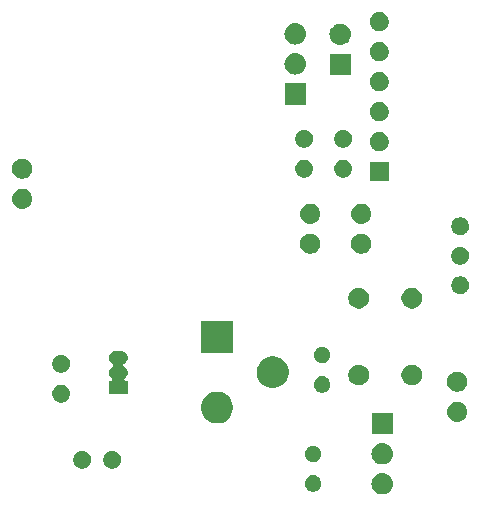
<source format=gbs>
G04 #@! TF.GenerationSoftware,KiCad,Pcbnew,(5.1.0)-1*
G04 #@! TF.CreationDate,2019-06-21T08:53:03-04:00*
G04 #@! TF.ProjectId,TempLogger2,54656d70-4c6f-4676-9765-72322e6b6963,rev?*
G04 #@! TF.SameCoordinates,Original*
G04 #@! TF.FileFunction,Soldermask,Bot*
G04 #@! TF.FilePolarity,Negative*
%FSLAX46Y46*%
G04 Gerber Fmt 4.6, Leading zero omitted, Abs format (unit mm)*
G04 Created by KiCad (PCBNEW (5.1.0)-1) date 2019-06-21 08:53:03*
%MOMM*%
%LPD*%
G04 APERTURE LIST*
%ADD10C,0.100000*%
G04 APERTURE END LIST*
D10*
G36*
X156585443Y-120402719D02*
G01*
X156651627Y-120409237D01*
X156821466Y-120460757D01*
X156977991Y-120544422D01*
X157013729Y-120573752D01*
X157115186Y-120657014D01*
X157198448Y-120758471D01*
X157227778Y-120794209D01*
X157311443Y-120950734D01*
X157362963Y-121120573D01*
X157380359Y-121297200D01*
X157362963Y-121473827D01*
X157311443Y-121643666D01*
X157227778Y-121800191D01*
X157210945Y-121820702D01*
X157115186Y-121937386D01*
X157013729Y-122020648D01*
X156977991Y-122049978D01*
X156821466Y-122133643D01*
X156651627Y-122185163D01*
X156585443Y-122191681D01*
X156519260Y-122198200D01*
X156430740Y-122198200D01*
X156364557Y-122191681D01*
X156298373Y-122185163D01*
X156128534Y-122133643D01*
X155972009Y-122049978D01*
X155936271Y-122020648D01*
X155834814Y-121937386D01*
X155739055Y-121820702D01*
X155722222Y-121800191D01*
X155638557Y-121643666D01*
X155587037Y-121473827D01*
X155569641Y-121297200D01*
X155587037Y-121120573D01*
X155638557Y-120950734D01*
X155722222Y-120794209D01*
X155751552Y-120758471D01*
X155834814Y-120657014D01*
X155936271Y-120573752D01*
X155972009Y-120544422D01*
X156128534Y-120460757D01*
X156298373Y-120409237D01*
X156364557Y-120402719D01*
X156430740Y-120396200D01*
X156519260Y-120396200D01*
X156585443Y-120402719D01*
X156585443Y-120402719D01*
G37*
G36*
X150837473Y-120602138D02*
G01*
X150965049Y-120654982D01*
X151079859Y-120731695D01*
X151177505Y-120829341D01*
X151254218Y-120944151D01*
X151307062Y-121071727D01*
X151334000Y-121207156D01*
X151334000Y-121345244D01*
X151307062Y-121480673D01*
X151254218Y-121608249D01*
X151177505Y-121723059D01*
X151079859Y-121820705D01*
X150965049Y-121897418D01*
X150837473Y-121950262D01*
X150702044Y-121977200D01*
X150563956Y-121977200D01*
X150428527Y-121950262D01*
X150300951Y-121897418D01*
X150186141Y-121820705D01*
X150088495Y-121723059D01*
X150011782Y-121608249D01*
X149958938Y-121480673D01*
X149932000Y-121345244D01*
X149932000Y-121207156D01*
X149958938Y-121071727D01*
X150011782Y-120944151D01*
X150088495Y-120829341D01*
X150186141Y-120731695D01*
X150300951Y-120654982D01*
X150428527Y-120602138D01*
X150563956Y-120575200D01*
X150702044Y-120575200D01*
X150837473Y-120602138D01*
X150837473Y-120602138D01*
G37*
G36*
X131223073Y-118520784D02*
G01*
X131296392Y-118535368D01*
X131434521Y-118592583D01*
X131434522Y-118592584D01*
X131558831Y-118675644D01*
X131664556Y-118781369D01*
X131726851Y-118874601D01*
X131747617Y-118905679D01*
X131804832Y-119043808D01*
X131834000Y-119190445D01*
X131834000Y-119339955D01*
X131804832Y-119486592D01*
X131747617Y-119624721D01*
X131747616Y-119624722D01*
X131664556Y-119749031D01*
X131558831Y-119854756D01*
X131465599Y-119917051D01*
X131434521Y-119937817D01*
X131296392Y-119995032D01*
X131149756Y-120024200D01*
X131000244Y-120024200D01*
X130853608Y-119995032D01*
X130715479Y-119937817D01*
X130684401Y-119917051D01*
X130591169Y-119854756D01*
X130485444Y-119749031D01*
X130402384Y-119624722D01*
X130402383Y-119624721D01*
X130345168Y-119486592D01*
X130316000Y-119339955D01*
X130316000Y-119190445D01*
X130345168Y-119043808D01*
X130402383Y-118905679D01*
X130423149Y-118874601D01*
X130485444Y-118781369D01*
X130591169Y-118675644D01*
X130715478Y-118592584D01*
X130715479Y-118592583D01*
X130853608Y-118535368D01*
X130926927Y-118520784D01*
X131000244Y-118506200D01*
X131149756Y-118506200D01*
X131223073Y-118520784D01*
X131223073Y-118520784D01*
G37*
G36*
X133763073Y-118520784D02*
G01*
X133836392Y-118535368D01*
X133974521Y-118592583D01*
X133974522Y-118592584D01*
X134098831Y-118675644D01*
X134204556Y-118781369D01*
X134266851Y-118874601D01*
X134287617Y-118905679D01*
X134344832Y-119043808D01*
X134374000Y-119190445D01*
X134374000Y-119339955D01*
X134344832Y-119486592D01*
X134287617Y-119624721D01*
X134287616Y-119624722D01*
X134204556Y-119749031D01*
X134098831Y-119854756D01*
X134005599Y-119917051D01*
X133974521Y-119937817D01*
X133836392Y-119995032D01*
X133689756Y-120024200D01*
X133540244Y-120024200D01*
X133393608Y-119995032D01*
X133255479Y-119937817D01*
X133224401Y-119917051D01*
X133131169Y-119854756D01*
X133025444Y-119749031D01*
X132942384Y-119624722D01*
X132942383Y-119624721D01*
X132885168Y-119486592D01*
X132856000Y-119339955D01*
X132856000Y-119190445D01*
X132885168Y-119043808D01*
X132942383Y-118905679D01*
X132963149Y-118874601D01*
X133025444Y-118781369D01*
X133131169Y-118675644D01*
X133255478Y-118592584D01*
X133255479Y-118592583D01*
X133393608Y-118535368D01*
X133466927Y-118520784D01*
X133540244Y-118506200D01*
X133689756Y-118506200D01*
X133763073Y-118520784D01*
X133763073Y-118520784D01*
G37*
G36*
X156585442Y-117862718D02*
G01*
X156651627Y-117869237D01*
X156821466Y-117920757D01*
X156977991Y-118004422D01*
X157013729Y-118033752D01*
X157115186Y-118117014D01*
X157198448Y-118218471D01*
X157227778Y-118254209D01*
X157311443Y-118410734D01*
X157362963Y-118580573D01*
X157380359Y-118757200D01*
X157362963Y-118933827D01*
X157311443Y-119103666D01*
X157227778Y-119260191D01*
X157198448Y-119295929D01*
X157115186Y-119397386D01*
X157050755Y-119450262D01*
X156977991Y-119509978D01*
X156821466Y-119593643D01*
X156651627Y-119645163D01*
X156585443Y-119651681D01*
X156519260Y-119658200D01*
X156430740Y-119658200D01*
X156364557Y-119651681D01*
X156298373Y-119645163D01*
X156128534Y-119593643D01*
X155972009Y-119509978D01*
X155899245Y-119450262D01*
X155834814Y-119397386D01*
X155751552Y-119295929D01*
X155722222Y-119260191D01*
X155638557Y-119103666D01*
X155587037Y-118933827D01*
X155569641Y-118757200D01*
X155587037Y-118580573D01*
X155638557Y-118410734D01*
X155722222Y-118254209D01*
X155751552Y-118218471D01*
X155834814Y-118117014D01*
X155936271Y-118033752D01*
X155972009Y-118004422D01*
X156128534Y-117920757D01*
X156298373Y-117869237D01*
X156364558Y-117862718D01*
X156430740Y-117856200D01*
X156519260Y-117856200D01*
X156585442Y-117862718D01*
X156585442Y-117862718D01*
G37*
G36*
X150837473Y-118102138D02*
G01*
X150965049Y-118154982D01*
X151079859Y-118231695D01*
X151177505Y-118329341D01*
X151254218Y-118444151D01*
X151307062Y-118571727D01*
X151334000Y-118707156D01*
X151334000Y-118845244D01*
X151307062Y-118980673D01*
X151254218Y-119108249D01*
X151177505Y-119223059D01*
X151079859Y-119320705D01*
X150965049Y-119397418D01*
X150837473Y-119450262D01*
X150702044Y-119477200D01*
X150563956Y-119477200D01*
X150428527Y-119450262D01*
X150300951Y-119397418D01*
X150186141Y-119320705D01*
X150088495Y-119223059D01*
X150011782Y-119108249D01*
X149958938Y-118980673D01*
X149932000Y-118845244D01*
X149932000Y-118707156D01*
X149958938Y-118571727D01*
X150011782Y-118444151D01*
X150088495Y-118329341D01*
X150186141Y-118231695D01*
X150300951Y-118154982D01*
X150428527Y-118102138D01*
X150563956Y-118075200D01*
X150702044Y-118075200D01*
X150837473Y-118102138D01*
X150837473Y-118102138D01*
G37*
G36*
X157376000Y-117118200D02*
G01*
X155574000Y-117118200D01*
X155574000Y-115316200D01*
X157376000Y-115316200D01*
X157376000Y-117118200D01*
X157376000Y-117118200D01*
G37*
G36*
X142899072Y-113552118D02*
G01*
X142940462Y-113569262D01*
X143144939Y-113653959D01*
X143366212Y-113801810D01*
X143554390Y-113989988D01*
X143701938Y-114210807D01*
X143702242Y-114211263D01*
X143804082Y-114457128D01*
X143856000Y-114718137D01*
X143856000Y-114984263D01*
X143804082Y-115245272D01*
X143702242Y-115491137D01*
X143578536Y-115676276D01*
X143554390Y-115712412D01*
X143366212Y-115900590D01*
X143144939Y-116048441D01*
X143144938Y-116048442D01*
X143144937Y-116048442D01*
X142899072Y-116150282D01*
X142638063Y-116202200D01*
X142371937Y-116202200D01*
X142110928Y-116150282D01*
X141865063Y-116048442D01*
X141865062Y-116048442D01*
X141865061Y-116048441D01*
X141643788Y-115900590D01*
X141455610Y-115712412D01*
X141431465Y-115676276D01*
X141307758Y-115491137D01*
X141205918Y-115245272D01*
X141154000Y-114984263D01*
X141154000Y-114718137D01*
X141205918Y-114457128D01*
X141307758Y-114211263D01*
X141308063Y-114210807D01*
X141455610Y-113989988D01*
X141643788Y-113801810D01*
X141865061Y-113653959D01*
X142069539Y-113569262D01*
X142110928Y-113552118D01*
X142371937Y-113500200D01*
X142638063Y-113500200D01*
X142899072Y-113552118D01*
X142899072Y-113552118D01*
G37*
G36*
X162991823Y-114362513D02*
G01*
X163152242Y-114411176D01*
X163238212Y-114457128D01*
X163300078Y-114490196D01*
X163429659Y-114596541D01*
X163536004Y-114726122D01*
X163536005Y-114726124D01*
X163615024Y-114873958D01*
X163663687Y-115034377D01*
X163680117Y-115201200D01*
X163663687Y-115368023D01*
X163615024Y-115528442D01*
X163544114Y-115661106D01*
X163536004Y-115676278D01*
X163429659Y-115805859D01*
X163300078Y-115912204D01*
X163300076Y-115912205D01*
X163152242Y-115991224D01*
X162991823Y-116039887D01*
X162866804Y-116052200D01*
X162783196Y-116052200D01*
X162658177Y-116039887D01*
X162497758Y-115991224D01*
X162349924Y-115912205D01*
X162349922Y-115912204D01*
X162220341Y-115805859D01*
X162113996Y-115676278D01*
X162105886Y-115661106D01*
X162034976Y-115528442D01*
X161986313Y-115368023D01*
X161969883Y-115201200D01*
X161986313Y-115034377D01*
X162034976Y-114873958D01*
X162113995Y-114726124D01*
X162113996Y-114726122D01*
X162220341Y-114596541D01*
X162349922Y-114490196D01*
X162411788Y-114457128D01*
X162497758Y-114411176D01*
X162658177Y-114362513D01*
X162783196Y-114350200D01*
X162866804Y-114350200D01*
X162991823Y-114362513D01*
X162991823Y-114362513D01*
G37*
G36*
X129370665Y-112929822D02*
G01*
X129444222Y-112937067D01*
X129585786Y-112980010D01*
X129716252Y-113049746D01*
X129733982Y-113064297D01*
X129830607Y-113143593D01*
X129899259Y-113227248D01*
X129924454Y-113257948D01*
X129994190Y-113388414D01*
X130037133Y-113529978D01*
X130051633Y-113677200D01*
X130037133Y-113824422D01*
X129994190Y-113965986D01*
X129924454Y-114096452D01*
X129900008Y-114126240D01*
X129830607Y-114210807D01*
X129746040Y-114280208D01*
X129716252Y-114304654D01*
X129585786Y-114374390D01*
X129444222Y-114417333D01*
X129370665Y-114424578D01*
X129333888Y-114428200D01*
X129260112Y-114428200D01*
X129223335Y-114424578D01*
X129149778Y-114417333D01*
X129008214Y-114374390D01*
X128877748Y-114304654D01*
X128847960Y-114280208D01*
X128763393Y-114210807D01*
X128693992Y-114126240D01*
X128669546Y-114096452D01*
X128599810Y-113965986D01*
X128556867Y-113824422D01*
X128542367Y-113677200D01*
X128556867Y-113529978D01*
X128599810Y-113388414D01*
X128669546Y-113257948D01*
X128694741Y-113227248D01*
X128763393Y-113143593D01*
X128860018Y-113064297D01*
X128877748Y-113049746D01*
X129008214Y-112980010D01*
X129149778Y-112937067D01*
X129223335Y-112929822D01*
X129260112Y-112926200D01*
X129333888Y-112926200D01*
X129370665Y-112929822D01*
X129370665Y-112929822D01*
G37*
G36*
X134460916Y-110061534D02*
G01*
X134569492Y-110094471D01*
X134569495Y-110094472D01*
X134605601Y-110113771D01*
X134669557Y-110147956D01*
X134757264Y-110219936D01*
X134829244Y-110307643D01*
X134839140Y-110326158D01*
X134882728Y-110407705D01*
X134882729Y-110407708D01*
X134915666Y-110516284D01*
X134926787Y-110629200D01*
X134915666Y-110742116D01*
X134885348Y-110842059D01*
X134882728Y-110850695D01*
X134863429Y-110886801D01*
X134829244Y-110950757D01*
X134757264Y-111038464D01*
X134669557Y-111110444D01*
X134588141Y-111153961D01*
X134567766Y-111167575D01*
X134550439Y-111184902D01*
X134536826Y-111205276D01*
X134527448Y-111227915D01*
X134522668Y-111251948D01*
X134522668Y-111276452D01*
X134527448Y-111300485D01*
X134536826Y-111323124D01*
X134550440Y-111343499D01*
X134567767Y-111360826D01*
X134588141Y-111374439D01*
X134669557Y-111417956D01*
X134757264Y-111489936D01*
X134829244Y-111577643D01*
X134849710Y-111615933D01*
X134882728Y-111677705D01*
X134882729Y-111677708D01*
X134915666Y-111786284D01*
X134926787Y-111899200D01*
X134915666Y-112012116D01*
X134883327Y-112118720D01*
X134882728Y-112120695D01*
X134863429Y-112156801D01*
X134829244Y-112220757D01*
X134757264Y-112308464D01*
X134680354Y-112371583D01*
X134663035Y-112388902D01*
X134649421Y-112409277D01*
X134640043Y-112431916D01*
X134635263Y-112455949D01*
X134635263Y-112480453D01*
X134640043Y-112504486D01*
X134649421Y-112527125D01*
X134663034Y-112547499D01*
X134680361Y-112564826D01*
X134700736Y-112578440D01*
X134723375Y-112587818D01*
X134747408Y-112592598D01*
X134759660Y-112593200D01*
X134924000Y-112593200D01*
X134924000Y-113745200D01*
X133322000Y-113745200D01*
X133322000Y-112593200D01*
X133486340Y-112593200D01*
X133510726Y-112590798D01*
X133534175Y-112583685D01*
X133555786Y-112572134D01*
X133574728Y-112556589D01*
X133590273Y-112537647D01*
X133601824Y-112516036D01*
X133608937Y-112492587D01*
X133611339Y-112468201D01*
X133608937Y-112443815D01*
X133601824Y-112420366D01*
X133590273Y-112398755D01*
X133574728Y-112379813D01*
X133565655Y-112371591D01*
X133488736Y-112308464D01*
X133416756Y-112220757D01*
X133382571Y-112156801D01*
X133363272Y-112120695D01*
X133362673Y-112118720D01*
X133330334Y-112012116D01*
X133319213Y-111899200D01*
X133330334Y-111786284D01*
X133363271Y-111677708D01*
X133363272Y-111677705D01*
X133396290Y-111615933D01*
X133416756Y-111577643D01*
X133488736Y-111489936D01*
X133576443Y-111417956D01*
X133657859Y-111374439D01*
X133678234Y-111360825D01*
X133695561Y-111343498D01*
X133709174Y-111323124D01*
X133718552Y-111300485D01*
X133723332Y-111276452D01*
X133723332Y-111251948D01*
X133718552Y-111227915D01*
X133709174Y-111205276D01*
X133695560Y-111184901D01*
X133678233Y-111167574D01*
X133657859Y-111153961D01*
X133576443Y-111110444D01*
X133488736Y-111038464D01*
X133416756Y-110950757D01*
X133382571Y-110886801D01*
X133363272Y-110850695D01*
X133360652Y-110842059D01*
X133330334Y-110742116D01*
X133319213Y-110629200D01*
X133330334Y-110516284D01*
X133363271Y-110407708D01*
X133363272Y-110407705D01*
X133406860Y-110326158D01*
X133416756Y-110307643D01*
X133488736Y-110219936D01*
X133576443Y-110147956D01*
X133640399Y-110113771D01*
X133676505Y-110094472D01*
X133676508Y-110094471D01*
X133785084Y-110061534D01*
X133869702Y-110053200D01*
X134376298Y-110053200D01*
X134460916Y-110061534D01*
X134460916Y-110061534D01*
G37*
G36*
X151599473Y-112221138D02*
G01*
X151727049Y-112273982D01*
X151841859Y-112350695D01*
X151939505Y-112448341D01*
X152016218Y-112563151D01*
X152069062Y-112690727D01*
X152096000Y-112826156D01*
X152096000Y-112964244D01*
X152069062Y-113099673D01*
X152016218Y-113227249D01*
X151939505Y-113342059D01*
X151841859Y-113439705D01*
X151727049Y-113516418D01*
X151599473Y-113569262D01*
X151464044Y-113596200D01*
X151325956Y-113596200D01*
X151190527Y-113569262D01*
X151062951Y-113516418D01*
X150948141Y-113439705D01*
X150850495Y-113342059D01*
X150773782Y-113227249D01*
X150720938Y-113099673D01*
X150694000Y-112964244D01*
X150694000Y-112826156D01*
X150720938Y-112690727D01*
X150773782Y-112563151D01*
X150850495Y-112448341D01*
X150948141Y-112350695D01*
X151062951Y-112273982D01*
X151190527Y-112221138D01*
X151325956Y-112194200D01*
X151464044Y-112194200D01*
X151599473Y-112221138D01*
X151599473Y-112221138D01*
G37*
G36*
X163073228Y-111842903D02*
G01*
X163228100Y-111907053D01*
X163367481Y-112000185D01*
X163486015Y-112118719D01*
X163579147Y-112258100D01*
X163643297Y-112412972D01*
X163676000Y-112577384D01*
X163676000Y-112745016D01*
X163643297Y-112909428D01*
X163579147Y-113064300D01*
X163486015Y-113203681D01*
X163367481Y-113322215D01*
X163228100Y-113415347D01*
X163073228Y-113479497D01*
X162908816Y-113512200D01*
X162741184Y-113512200D01*
X162576772Y-113479497D01*
X162421900Y-113415347D01*
X162282519Y-113322215D01*
X162163985Y-113203681D01*
X162070853Y-113064300D01*
X162006703Y-112909428D01*
X161974000Y-112745016D01*
X161974000Y-112577384D01*
X162006703Y-112412972D01*
X162070853Y-112258100D01*
X162163985Y-112118719D01*
X162282519Y-112000185D01*
X162421900Y-111907053D01*
X162576772Y-111842903D01*
X162741184Y-111810200D01*
X162908816Y-111810200D01*
X163073228Y-111842903D01*
X163073228Y-111842903D01*
G37*
G36*
X147599072Y-110552118D02*
G01*
X147785166Y-110629200D01*
X147844939Y-110653959D01*
X147954623Y-110727248D01*
X148066211Y-110801809D01*
X148254391Y-110989989D01*
X148303331Y-111063233D01*
X148384628Y-111184901D01*
X148402242Y-111211263D01*
X148504082Y-111457128D01*
X148556000Y-111718137D01*
X148556000Y-111984263D01*
X148504082Y-112245272D01*
X148419969Y-112448341D01*
X148402241Y-112491139D01*
X148327813Y-112602528D01*
X148254391Y-112712411D01*
X148066211Y-112900591D01*
X148011621Y-112937067D01*
X147844939Y-113048441D01*
X147844938Y-113048442D01*
X147844937Y-113048442D01*
X147599072Y-113150282D01*
X147338063Y-113202200D01*
X147071937Y-113202200D01*
X146810928Y-113150282D01*
X146565063Y-113048442D01*
X146565062Y-113048442D01*
X146565061Y-113048441D01*
X146398379Y-112937067D01*
X146343789Y-112900591D01*
X146155609Y-112712411D01*
X146082187Y-112602528D01*
X146007759Y-112491139D01*
X145990032Y-112448341D01*
X145905918Y-112245272D01*
X145854000Y-111984263D01*
X145854000Y-111718137D01*
X145905918Y-111457128D01*
X146007758Y-111211263D01*
X146025373Y-111184901D01*
X146106669Y-111063233D01*
X146155609Y-110989989D01*
X146343789Y-110801809D01*
X146455377Y-110727248D01*
X146565061Y-110653959D01*
X146624835Y-110629200D01*
X146810928Y-110552118D01*
X147071937Y-110500200D01*
X147338063Y-110500200D01*
X147599072Y-110552118D01*
X147599072Y-110552118D01*
G37*
G36*
X159234520Y-111258864D02*
G01*
X159393942Y-111324899D01*
X159537418Y-111420766D01*
X159659434Y-111542782D01*
X159755301Y-111686258D01*
X159821336Y-111845680D01*
X159855000Y-112014921D01*
X159855000Y-112187479D01*
X159821336Y-112356720D01*
X159755301Y-112516142D01*
X159659434Y-112659618D01*
X159537418Y-112781634D01*
X159393942Y-112877501D01*
X159234520Y-112943536D01*
X159149899Y-112960368D01*
X159065280Y-112977200D01*
X158892720Y-112977200D01*
X158808101Y-112960368D01*
X158723480Y-112943536D01*
X158564058Y-112877501D01*
X158420582Y-112781634D01*
X158298566Y-112659618D01*
X158202699Y-112516142D01*
X158136664Y-112356720D01*
X158103000Y-112187479D01*
X158103000Y-112014921D01*
X158136664Y-111845680D01*
X158202699Y-111686258D01*
X158298566Y-111542782D01*
X158420582Y-111420766D01*
X158564058Y-111324899D01*
X158723480Y-111258864D01*
X158892720Y-111225200D01*
X159065280Y-111225200D01*
X159234520Y-111258864D01*
X159234520Y-111258864D01*
G37*
G36*
X154734520Y-111258864D02*
G01*
X154893942Y-111324899D01*
X155037418Y-111420766D01*
X155159434Y-111542782D01*
X155255301Y-111686258D01*
X155321336Y-111845680D01*
X155355000Y-112014921D01*
X155355000Y-112187479D01*
X155321336Y-112356720D01*
X155255301Y-112516142D01*
X155159434Y-112659618D01*
X155037418Y-112781634D01*
X154893942Y-112877501D01*
X154734520Y-112943536D01*
X154649899Y-112960368D01*
X154565280Y-112977200D01*
X154392720Y-112977200D01*
X154308101Y-112960368D01*
X154223480Y-112943536D01*
X154064058Y-112877501D01*
X153920582Y-112781634D01*
X153798566Y-112659618D01*
X153702699Y-112516142D01*
X153636664Y-112356720D01*
X153603000Y-112187479D01*
X153603000Y-112014921D01*
X153636664Y-111845680D01*
X153702699Y-111686258D01*
X153798566Y-111542782D01*
X153920582Y-111420766D01*
X154064058Y-111324899D01*
X154223480Y-111258864D01*
X154392720Y-111225200D01*
X154565280Y-111225200D01*
X154734520Y-111258864D01*
X154734520Y-111258864D01*
G37*
G36*
X129516059Y-110415060D02*
G01*
X129634800Y-110464244D01*
X129652732Y-110471672D01*
X129775735Y-110553860D01*
X129880340Y-110658465D01*
X129962528Y-110781468D01*
X129962529Y-110781470D01*
X130019140Y-110918141D01*
X130048000Y-111063232D01*
X130048000Y-111211168D01*
X130047981Y-111211263D01*
X130019140Y-111356259D01*
X129962528Y-111492932D01*
X129880340Y-111615935D01*
X129775735Y-111720540D01*
X129652732Y-111802728D01*
X129652731Y-111802729D01*
X129652730Y-111802729D01*
X129516059Y-111859340D01*
X129370968Y-111888200D01*
X129223032Y-111888200D01*
X129077941Y-111859340D01*
X128941270Y-111802729D01*
X128941269Y-111802729D01*
X128941268Y-111802728D01*
X128818265Y-111720540D01*
X128713660Y-111615935D01*
X128631472Y-111492932D01*
X128574860Y-111356259D01*
X128546019Y-111211263D01*
X128546000Y-111211168D01*
X128546000Y-111063232D01*
X128574860Y-110918141D01*
X128631471Y-110781470D01*
X128631472Y-110781468D01*
X128713660Y-110658465D01*
X128818265Y-110553860D01*
X128941268Y-110471672D01*
X128959201Y-110464244D01*
X129077941Y-110415060D01*
X129223032Y-110386200D01*
X129370968Y-110386200D01*
X129516059Y-110415060D01*
X129516059Y-110415060D01*
G37*
G36*
X151599473Y-109721138D02*
G01*
X151727049Y-109773982D01*
X151841859Y-109850695D01*
X151939505Y-109948341D01*
X152016218Y-110063151D01*
X152069062Y-110190727D01*
X152096000Y-110326156D01*
X152096000Y-110464244D01*
X152069062Y-110599673D01*
X152016218Y-110727249D01*
X151939505Y-110842059D01*
X151841859Y-110939705D01*
X151727049Y-111016418D01*
X151599473Y-111069262D01*
X151464044Y-111096200D01*
X151325956Y-111096200D01*
X151190527Y-111069262D01*
X151062951Y-111016418D01*
X150948141Y-110939705D01*
X150850495Y-110842059D01*
X150773782Y-110727249D01*
X150720938Y-110599673D01*
X150694000Y-110464244D01*
X150694000Y-110326156D01*
X150720938Y-110190727D01*
X150773782Y-110063151D01*
X150850495Y-109948341D01*
X150948141Y-109850695D01*
X151062951Y-109773982D01*
X151190527Y-109721138D01*
X151325956Y-109694200D01*
X151464044Y-109694200D01*
X151599473Y-109721138D01*
X151599473Y-109721138D01*
G37*
G36*
X143856000Y-110202200D02*
G01*
X141154000Y-110202200D01*
X141154000Y-107500200D01*
X143856000Y-107500200D01*
X143856000Y-110202200D01*
X143856000Y-110202200D01*
G37*
G36*
X154734520Y-104758864D02*
G01*
X154893942Y-104824899D01*
X155037418Y-104920766D01*
X155159434Y-105042782D01*
X155255301Y-105186258D01*
X155321336Y-105345680D01*
X155355000Y-105514921D01*
X155355000Y-105687479D01*
X155321336Y-105856720D01*
X155255301Y-106016142D01*
X155159434Y-106159618D01*
X155037418Y-106281634D01*
X154893942Y-106377501D01*
X154734520Y-106443536D01*
X154565280Y-106477200D01*
X154392720Y-106477200D01*
X154308101Y-106460368D01*
X154223480Y-106443536D01*
X154064058Y-106377501D01*
X153920582Y-106281634D01*
X153798566Y-106159618D01*
X153702699Y-106016142D01*
X153636664Y-105856720D01*
X153603000Y-105687479D01*
X153603000Y-105514921D01*
X153636664Y-105345680D01*
X153702699Y-105186258D01*
X153798566Y-105042782D01*
X153920582Y-104920766D01*
X154064058Y-104824899D01*
X154223480Y-104758864D01*
X154392720Y-104725200D01*
X154565280Y-104725200D01*
X154734520Y-104758864D01*
X154734520Y-104758864D01*
G37*
G36*
X159234520Y-104758864D02*
G01*
X159393942Y-104824899D01*
X159537418Y-104920766D01*
X159659434Y-105042782D01*
X159755301Y-105186258D01*
X159821336Y-105345680D01*
X159855000Y-105514921D01*
X159855000Y-105687479D01*
X159821336Y-105856720D01*
X159755301Y-106016142D01*
X159659434Y-106159618D01*
X159537418Y-106281634D01*
X159393942Y-106377501D01*
X159234520Y-106443536D01*
X159065280Y-106477200D01*
X158892720Y-106477200D01*
X158808101Y-106460368D01*
X158723480Y-106443536D01*
X158564058Y-106377501D01*
X158420582Y-106281634D01*
X158298566Y-106159618D01*
X158202699Y-106016142D01*
X158136664Y-105856720D01*
X158103000Y-105687479D01*
X158103000Y-105514921D01*
X158136664Y-105345680D01*
X158202699Y-105186258D01*
X158298566Y-105042782D01*
X158420582Y-104920766D01*
X158564058Y-104824899D01*
X158723480Y-104758864D01*
X158892720Y-104725200D01*
X159065280Y-104725200D01*
X159234520Y-104758864D01*
X159234520Y-104758864D01*
G37*
G36*
X163298059Y-103771060D02*
G01*
X163434732Y-103827672D01*
X163557735Y-103909860D01*
X163662340Y-104014465D01*
X163744528Y-104137468D01*
X163801140Y-104274141D01*
X163830000Y-104419233D01*
X163830000Y-104567167D01*
X163801140Y-104712259D01*
X163744528Y-104848932D01*
X163662340Y-104971935D01*
X163557735Y-105076540D01*
X163434732Y-105158728D01*
X163434731Y-105158729D01*
X163434730Y-105158729D01*
X163298059Y-105215340D01*
X163152968Y-105244200D01*
X163005032Y-105244200D01*
X162859941Y-105215340D01*
X162723270Y-105158729D01*
X162723269Y-105158729D01*
X162723268Y-105158728D01*
X162600265Y-105076540D01*
X162495660Y-104971935D01*
X162413472Y-104848932D01*
X162356860Y-104712259D01*
X162328000Y-104567167D01*
X162328000Y-104419233D01*
X162356860Y-104274141D01*
X162413472Y-104137468D01*
X162495660Y-104014465D01*
X162600265Y-103909860D01*
X162723268Y-103827672D01*
X162859941Y-103771060D01*
X163005032Y-103742200D01*
X163152968Y-103742200D01*
X163298059Y-103771060D01*
X163298059Y-103771060D01*
G37*
G36*
X163298059Y-101271060D02*
G01*
X163434732Y-101327672D01*
X163557735Y-101409860D01*
X163662340Y-101514465D01*
X163665825Y-101519681D01*
X163744529Y-101637470D01*
X163801140Y-101774141D01*
X163805388Y-101795495D01*
X163830000Y-101919233D01*
X163830000Y-102067167D01*
X163801140Y-102212259D01*
X163744528Y-102348932D01*
X163662340Y-102471935D01*
X163557735Y-102576540D01*
X163434732Y-102658728D01*
X163434731Y-102658729D01*
X163434730Y-102658729D01*
X163298059Y-102715340D01*
X163152968Y-102744200D01*
X163005032Y-102744200D01*
X162859941Y-102715340D01*
X162723270Y-102658729D01*
X162723269Y-102658729D01*
X162723268Y-102658728D01*
X162600265Y-102576540D01*
X162495660Y-102471935D01*
X162413472Y-102348932D01*
X162356860Y-102212259D01*
X162328000Y-102067167D01*
X162328000Y-101919233D01*
X162352613Y-101795495D01*
X162356860Y-101774141D01*
X162413471Y-101637470D01*
X162492175Y-101519681D01*
X162495660Y-101514465D01*
X162600265Y-101409860D01*
X162723268Y-101327672D01*
X162859941Y-101271060D01*
X163005032Y-101242200D01*
X163152968Y-101242200D01*
X163298059Y-101271060D01*
X163298059Y-101271060D01*
G37*
G36*
X154945228Y-100158903D02*
G01*
X155100100Y-100223053D01*
X155239481Y-100316185D01*
X155358015Y-100434719D01*
X155451147Y-100574100D01*
X155515297Y-100728972D01*
X155548000Y-100893384D01*
X155548000Y-101061016D01*
X155515297Y-101225428D01*
X155451147Y-101380300D01*
X155358015Y-101519681D01*
X155239481Y-101638215D01*
X155100100Y-101731347D01*
X154945228Y-101795497D01*
X154780816Y-101828200D01*
X154613184Y-101828200D01*
X154448772Y-101795497D01*
X154293900Y-101731347D01*
X154154519Y-101638215D01*
X154035985Y-101519681D01*
X153942853Y-101380300D01*
X153878703Y-101225428D01*
X153846000Y-101061016D01*
X153846000Y-100893384D01*
X153878703Y-100728972D01*
X153942853Y-100574100D01*
X154035985Y-100434719D01*
X154154519Y-100316185D01*
X154293900Y-100223053D01*
X154448772Y-100158903D01*
X154613184Y-100126200D01*
X154780816Y-100126200D01*
X154945228Y-100158903D01*
X154945228Y-100158903D01*
G37*
G36*
X150627228Y-100158903D02*
G01*
X150782100Y-100223053D01*
X150921481Y-100316185D01*
X151040015Y-100434719D01*
X151133147Y-100574100D01*
X151197297Y-100728972D01*
X151230000Y-100893384D01*
X151230000Y-101061016D01*
X151197297Y-101225428D01*
X151133147Y-101380300D01*
X151040015Y-101519681D01*
X150921481Y-101638215D01*
X150782100Y-101731347D01*
X150627228Y-101795497D01*
X150462816Y-101828200D01*
X150295184Y-101828200D01*
X150130772Y-101795497D01*
X149975900Y-101731347D01*
X149836519Y-101638215D01*
X149717985Y-101519681D01*
X149624853Y-101380300D01*
X149560703Y-101225428D01*
X149528000Y-101061016D01*
X149528000Y-100893384D01*
X149560703Y-100728972D01*
X149624853Y-100574100D01*
X149717985Y-100434719D01*
X149836519Y-100316185D01*
X149975900Y-100223053D01*
X150130772Y-100158903D01*
X150295184Y-100126200D01*
X150462816Y-100126200D01*
X150627228Y-100158903D01*
X150627228Y-100158903D01*
G37*
G36*
X163298059Y-98771060D02*
G01*
X163434732Y-98827672D01*
X163557735Y-98909860D01*
X163662340Y-99014465D01*
X163662341Y-99014467D01*
X163744529Y-99137470D01*
X163781706Y-99227224D01*
X163801140Y-99274141D01*
X163830000Y-99419233D01*
X163830000Y-99567167D01*
X163801140Y-99712259D01*
X163744528Y-99848932D01*
X163662340Y-99971935D01*
X163557735Y-100076540D01*
X163434732Y-100158728D01*
X163434731Y-100158729D01*
X163434730Y-100158729D01*
X163298059Y-100215340D01*
X163152968Y-100244200D01*
X163005032Y-100244200D01*
X162859941Y-100215340D01*
X162723270Y-100158729D01*
X162723269Y-100158729D01*
X162723268Y-100158728D01*
X162600265Y-100076540D01*
X162495660Y-99971935D01*
X162413472Y-99848932D01*
X162356860Y-99712259D01*
X162328000Y-99567167D01*
X162328000Y-99419233D01*
X162356860Y-99274141D01*
X162376294Y-99227224D01*
X162413471Y-99137470D01*
X162495659Y-99014467D01*
X162495660Y-99014465D01*
X162600265Y-98909860D01*
X162723268Y-98827672D01*
X162859941Y-98771060D01*
X163005032Y-98742200D01*
X163152968Y-98742200D01*
X163298059Y-98771060D01*
X163298059Y-98771060D01*
G37*
G36*
X150545823Y-97598513D02*
G01*
X150706242Y-97647176D01*
X150838906Y-97718086D01*
X150854078Y-97726196D01*
X150983659Y-97832541D01*
X151090004Y-97962122D01*
X151090005Y-97962124D01*
X151169024Y-98109958D01*
X151217687Y-98270377D01*
X151234117Y-98437200D01*
X151217687Y-98604023D01*
X151169024Y-98764442D01*
X151135227Y-98827671D01*
X151090004Y-98912278D01*
X150983659Y-99041859D01*
X150854078Y-99148204D01*
X150854076Y-99148205D01*
X150706242Y-99227224D01*
X150545823Y-99275887D01*
X150420804Y-99288200D01*
X150337196Y-99288200D01*
X150212177Y-99275887D01*
X150051758Y-99227224D01*
X149903924Y-99148205D01*
X149903922Y-99148204D01*
X149774341Y-99041859D01*
X149667996Y-98912278D01*
X149622773Y-98827671D01*
X149588976Y-98764442D01*
X149540313Y-98604023D01*
X149523883Y-98437200D01*
X149540313Y-98270377D01*
X149588976Y-98109958D01*
X149667995Y-97962124D01*
X149667996Y-97962122D01*
X149774341Y-97832541D01*
X149903922Y-97726196D01*
X149919094Y-97718086D01*
X150051758Y-97647176D01*
X150212177Y-97598513D01*
X150337196Y-97586200D01*
X150420804Y-97586200D01*
X150545823Y-97598513D01*
X150545823Y-97598513D01*
G37*
G36*
X154863823Y-97598513D02*
G01*
X155024242Y-97647176D01*
X155156906Y-97718086D01*
X155172078Y-97726196D01*
X155301659Y-97832541D01*
X155408004Y-97962122D01*
X155408005Y-97962124D01*
X155487024Y-98109958D01*
X155535687Y-98270377D01*
X155552117Y-98437200D01*
X155535687Y-98604023D01*
X155487024Y-98764442D01*
X155453227Y-98827671D01*
X155408004Y-98912278D01*
X155301659Y-99041859D01*
X155172078Y-99148204D01*
X155172076Y-99148205D01*
X155024242Y-99227224D01*
X154863823Y-99275887D01*
X154738804Y-99288200D01*
X154655196Y-99288200D01*
X154530177Y-99275887D01*
X154369758Y-99227224D01*
X154221924Y-99148205D01*
X154221922Y-99148204D01*
X154092341Y-99041859D01*
X153985996Y-98912278D01*
X153940773Y-98827671D01*
X153906976Y-98764442D01*
X153858313Y-98604023D01*
X153841883Y-98437200D01*
X153858313Y-98270377D01*
X153906976Y-98109958D01*
X153985995Y-97962124D01*
X153985996Y-97962122D01*
X154092341Y-97832541D01*
X154221922Y-97726196D01*
X154237094Y-97718086D01*
X154369758Y-97647176D01*
X154530177Y-97598513D01*
X154655196Y-97586200D01*
X154738804Y-97586200D01*
X154863823Y-97598513D01*
X154863823Y-97598513D01*
G37*
G36*
X126161823Y-96328513D02*
G01*
X126322242Y-96377176D01*
X126454906Y-96448086D01*
X126470078Y-96456196D01*
X126599659Y-96562541D01*
X126706004Y-96692122D01*
X126706005Y-96692124D01*
X126785024Y-96839958D01*
X126833687Y-97000377D01*
X126850117Y-97167200D01*
X126833687Y-97334023D01*
X126785024Y-97494442D01*
X126735978Y-97586200D01*
X126706004Y-97642278D01*
X126599659Y-97771859D01*
X126470078Y-97878204D01*
X126470076Y-97878205D01*
X126322242Y-97957224D01*
X126161823Y-98005887D01*
X126036804Y-98018200D01*
X125953196Y-98018200D01*
X125828177Y-98005887D01*
X125667758Y-97957224D01*
X125519924Y-97878205D01*
X125519922Y-97878204D01*
X125390341Y-97771859D01*
X125283996Y-97642278D01*
X125254022Y-97586200D01*
X125204976Y-97494442D01*
X125156313Y-97334023D01*
X125139883Y-97167200D01*
X125156313Y-97000377D01*
X125204976Y-96839958D01*
X125283995Y-96692124D01*
X125283996Y-96692122D01*
X125390341Y-96562541D01*
X125519922Y-96456196D01*
X125535094Y-96448086D01*
X125667758Y-96377176D01*
X125828177Y-96328513D01*
X125953196Y-96316200D01*
X126036804Y-96316200D01*
X126161823Y-96328513D01*
X126161823Y-96328513D01*
G37*
G36*
X157034000Y-95694200D02*
G01*
X155408000Y-95694200D01*
X155408000Y-94068200D01*
X157034000Y-94068200D01*
X157034000Y-95694200D01*
X157034000Y-95694200D01*
G37*
G36*
X126243228Y-93808903D02*
G01*
X126398100Y-93873053D01*
X126537481Y-93966185D01*
X126656015Y-94084719D01*
X126749147Y-94224100D01*
X126813297Y-94378972D01*
X126846000Y-94543384D01*
X126846000Y-94711016D01*
X126813297Y-94875428D01*
X126749147Y-95030300D01*
X126656015Y-95169681D01*
X126537481Y-95288215D01*
X126398100Y-95381347D01*
X126243228Y-95445497D01*
X126078816Y-95478200D01*
X125911184Y-95478200D01*
X125746772Y-95445497D01*
X125591900Y-95381347D01*
X125452519Y-95288215D01*
X125333985Y-95169681D01*
X125240853Y-95030300D01*
X125176703Y-94875428D01*
X125144000Y-94711016D01*
X125144000Y-94543384D01*
X125176703Y-94378972D01*
X125240853Y-94224100D01*
X125333985Y-94084719D01*
X125452519Y-93966185D01*
X125591900Y-93873053D01*
X125746772Y-93808903D01*
X125911184Y-93776200D01*
X126078816Y-93776200D01*
X126243228Y-93808903D01*
X126243228Y-93808903D01*
G37*
G36*
X153246665Y-93879822D02*
G01*
X153320222Y-93887067D01*
X153461786Y-93930010D01*
X153592252Y-93999746D01*
X153622040Y-94024192D01*
X153706607Y-94093593D01*
X153776008Y-94178160D01*
X153800454Y-94207948D01*
X153870190Y-94338414D01*
X153913133Y-94479978D01*
X153927633Y-94627200D01*
X153913133Y-94774422D01*
X153870190Y-94915986D01*
X153800454Y-95046452D01*
X153776008Y-95076240D01*
X153706607Y-95160807D01*
X153622040Y-95230208D01*
X153592252Y-95254654D01*
X153461786Y-95324390D01*
X153320222Y-95367333D01*
X153246665Y-95374578D01*
X153209888Y-95378200D01*
X153136112Y-95378200D01*
X153099335Y-95374578D01*
X153025778Y-95367333D01*
X152884214Y-95324390D01*
X152753748Y-95254654D01*
X152723960Y-95230208D01*
X152639393Y-95160807D01*
X152569992Y-95076240D01*
X152545546Y-95046452D01*
X152475810Y-94915986D01*
X152432867Y-94774422D01*
X152418367Y-94627200D01*
X152432867Y-94479978D01*
X152475810Y-94338414D01*
X152545546Y-94207948D01*
X152569992Y-94178160D01*
X152639393Y-94093593D01*
X152723960Y-94024192D01*
X152753748Y-93999746D01*
X152884214Y-93930010D01*
X153025778Y-93887067D01*
X153099335Y-93879822D01*
X153136112Y-93876200D01*
X153209888Y-93876200D01*
X153246665Y-93879822D01*
X153246665Y-93879822D01*
G37*
G36*
X149944665Y-93879822D02*
G01*
X150018222Y-93887067D01*
X150159786Y-93930010D01*
X150290252Y-93999746D01*
X150320040Y-94024192D01*
X150404607Y-94093593D01*
X150474008Y-94178160D01*
X150498454Y-94207948D01*
X150568190Y-94338414D01*
X150611133Y-94479978D01*
X150625633Y-94627200D01*
X150611133Y-94774422D01*
X150568190Y-94915986D01*
X150498454Y-95046452D01*
X150474008Y-95076240D01*
X150404607Y-95160807D01*
X150320040Y-95230208D01*
X150290252Y-95254654D01*
X150159786Y-95324390D01*
X150018222Y-95367333D01*
X149944665Y-95374578D01*
X149907888Y-95378200D01*
X149834112Y-95378200D01*
X149797335Y-95374578D01*
X149723778Y-95367333D01*
X149582214Y-95324390D01*
X149451748Y-95254654D01*
X149421960Y-95230208D01*
X149337393Y-95160807D01*
X149267992Y-95076240D01*
X149243546Y-95046452D01*
X149173810Y-94915986D01*
X149130867Y-94774422D01*
X149116367Y-94627200D01*
X149130867Y-94479978D01*
X149173810Y-94338414D01*
X149243546Y-94207948D01*
X149267992Y-94178160D01*
X149337393Y-94093593D01*
X149421960Y-94024192D01*
X149451748Y-93999746D01*
X149582214Y-93930010D01*
X149723778Y-93887067D01*
X149797335Y-93879822D01*
X149834112Y-93876200D01*
X149907888Y-93876200D01*
X149944665Y-93879822D01*
X149944665Y-93879822D01*
G37*
G36*
X156458142Y-91559442D02*
G01*
X156606101Y-91620729D01*
X156739255Y-91709699D01*
X156852501Y-91822945D01*
X156941471Y-91956099D01*
X157002758Y-92104058D01*
X157034000Y-92261125D01*
X157034000Y-92421275D01*
X157002758Y-92578342D01*
X156941471Y-92726301D01*
X156852501Y-92859455D01*
X156739255Y-92972701D01*
X156606101Y-93061671D01*
X156458142Y-93122958D01*
X156301075Y-93154200D01*
X156140925Y-93154200D01*
X155983858Y-93122958D01*
X155835899Y-93061671D01*
X155702745Y-92972701D01*
X155589499Y-92859455D01*
X155500529Y-92726301D01*
X155439242Y-92578342D01*
X155408000Y-92421275D01*
X155408000Y-92261125D01*
X155439242Y-92104058D01*
X155500529Y-91956099D01*
X155589499Y-91822945D01*
X155702745Y-91709699D01*
X155835899Y-91620729D01*
X155983858Y-91559442D01*
X156140925Y-91528200D01*
X156301075Y-91528200D01*
X156458142Y-91559442D01*
X156458142Y-91559442D01*
G37*
G36*
X150090059Y-91365060D02*
G01*
X150226732Y-91421672D01*
X150349735Y-91503860D01*
X150454340Y-91608465D01*
X150536528Y-91731468D01*
X150593140Y-91868141D01*
X150622000Y-92013233D01*
X150622000Y-92161167D01*
X150593140Y-92306259D01*
X150536528Y-92442932D01*
X150454340Y-92565935D01*
X150349735Y-92670540D01*
X150226732Y-92752728D01*
X150226731Y-92752729D01*
X150226730Y-92752729D01*
X150090059Y-92809340D01*
X149944968Y-92838200D01*
X149797032Y-92838200D01*
X149651941Y-92809340D01*
X149515270Y-92752729D01*
X149515269Y-92752729D01*
X149515268Y-92752728D01*
X149392265Y-92670540D01*
X149287660Y-92565935D01*
X149205472Y-92442932D01*
X149148860Y-92306259D01*
X149120000Y-92161167D01*
X149120000Y-92013233D01*
X149148860Y-91868141D01*
X149205472Y-91731468D01*
X149287660Y-91608465D01*
X149392265Y-91503860D01*
X149515268Y-91421672D01*
X149651941Y-91365060D01*
X149797032Y-91336200D01*
X149944968Y-91336200D01*
X150090059Y-91365060D01*
X150090059Y-91365060D01*
G37*
G36*
X153392059Y-91365060D02*
G01*
X153528732Y-91421672D01*
X153651735Y-91503860D01*
X153756340Y-91608465D01*
X153838528Y-91731468D01*
X153895140Y-91868141D01*
X153924000Y-92013233D01*
X153924000Y-92161167D01*
X153895140Y-92306259D01*
X153838528Y-92442932D01*
X153756340Y-92565935D01*
X153651735Y-92670540D01*
X153528732Y-92752728D01*
X153528731Y-92752729D01*
X153528730Y-92752729D01*
X153392059Y-92809340D01*
X153246968Y-92838200D01*
X153099032Y-92838200D01*
X152953941Y-92809340D01*
X152817270Y-92752729D01*
X152817269Y-92752729D01*
X152817268Y-92752728D01*
X152694265Y-92670540D01*
X152589660Y-92565935D01*
X152507472Y-92442932D01*
X152450860Y-92306259D01*
X152422000Y-92161167D01*
X152422000Y-92013233D01*
X152450860Y-91868141D01*
X152507472Y-91731468D01*
X152589660Y-91608465D01*
X152694265Y-91503860D01*
X152817268Y-91421672D01*
X152953941Y-91365060D01*
X153099032Y-91336200D01*
X153246968Y-91336200D01*
X153392059Y-91365060D01*
X153392059Y-91365060D01*
G37*
G36*
X156458142Y-89019442D02*
G01*
X156606101Y-89080729D01*
X156739255Y-89169699D01*
X156852501Y-89282945D01*
X156941471Y-89416099D01*
X157002758Y-89564058D01*
X157034000Y-89721125D01*
X157034000Y-89881275D01*
X157002758Y-90038342D01*
X156941471Y-90186301D01*
X156852501Y-90319455D01*
X156739255Y-90432701D01*
X156606101Y-90521671D01*
X156458142Y-90582958D01*
X156301075Y-90614200D01*
X156140925Y-90614200D01*
X155983858Y-90582958D01*
X155835899Y-90521671D01*
X155702745Y-90432701D01*
X155589499Y-90319455D01*
X155500529Y-90186301D01*
X155439242Y-90038342D01*
X155408000Y-89881275D01*
X155408000Y-89721125D01*
X155439242Y-89564058D01*
X155500529Y-89416099D01*
X155589499Y-89282945D01*
X155702745Y-89169699D01*
X155835899Y-89080729D01*
X155983858Y-89019442D01*
X156140925Y-88988200D01*
X156301075Y-88988200D01*
X156458142Y-89019442D01*
X156458142Y-89019442D01*
G37*
G36*
X150010000Y-89195201D02*
G01*
X148208000Y-89195201D01*
X148208000Y-87393201D01*
X150010000Y-87393201D01*
X150010000Y-89195201D01*
X150010000Y-89195201D01*
G37*
G36*
X156458142Y-86479442D02*
G01*
X156606101Y-86540729D01*
X156739255Y-86629699D01*
X156852501Y-86742945D01*
X156941471Y-86876099D01*
X157002758Y-87024058D01*
X157034000Y-87181125D01*
X157034000Y-87341275D01*
X157002758Y-87498342D01*
X156941471Y-87646301D01*
X156852501Y-87779455D01*
X156739255Y-87892701D01*
X156606101Y-87981671D01*
X156458142Y-88042958D01*
X156301075Y-88074200D01*
X156140925Y-88074200D01*
X155983858Y-88042958D01*
X155835899Y-87981671D01*
X155702745Y-87892701D01*
X155589499Y-87779455D01*
X155500529Y-87646301D01*
X155439242Y-87498342D01*
X155408000Y-87341275D01*
X155408000Y-87181125D01*
X155439242Y-87024058D01*
X155500529Y-86876099D01*
X155589499Y-86742945D01*
X155702745Y-86629699D01*
X155835899Y-86540729D01*
X155983858Y-86479442D01*
X156140925Y-86448200D01*
X156301075Y-86448200D01*
X156458142Y-86479442D01*
X156458142Y-86479442D01*
G37*
G36*
X153820000Y-86695201D02*
G01*
X152018000Y-86695201D01*
X152018000Y-84893201D01*
X153820000Y-84893201D01*
X153820000Y-86695201D01*
X153820000Y-86695201D01*
G37*
G36*
X149219443Y-84859720D02*
G01*
X149285627Y-84866238D01*
X149455466Y-84917758D01*
X149611991Y-85001423D01*
X149647729Y-85030753D01*
X149749186Y-85114015D01*
X149832448Y-85215472D01*
X149861778Y-85251210D01*
X149861779Y-85251212D01*
X149916027Y-85352701D01*
X149945443Y-85407735D01*
X149996963Y-85577574D01*
X150014359Y-85754201D01*
X149996963Y-85930828D01*
X149945443Y-86100667D01*
X149861778Y-86257192D01*
X149832448Y-86292930D01*
X149749186Y-86394387D01*
X149647729Y-86477649D01*
X149611991Y-86506979D01*
X149455466Y-86590644D01*
X149285627Y-86642164D01*
X149219442Y-86648683D01*
X149153260Y-86655201D01*
X149064740Y-86655201D01*
X148998558Y-86648683D01*
X148932373Y-86642164D01*
X148762534Y-86590644D01*
X148606009Y-86506979D01*
X148570271Y-86477649D01*
X148468814Y-86394387D01*
X148385552Y-86292930D01*
X148356222Y-86257192D01*
X148272557Y-86100667D01*
X148221037Y-85930828D01*
X148203641Y-85754201D01*
X148221037Y-85577574D01*
X148272557Y-85407735D01*
X148301974Y-85352701D01*
X148356221Y-85251212D01*
X148356222Y-85251210D01*
X148385552Y-85215472D01*
X148468814Y-85114015D01*
X148570271Y-85030753D01*
X148606009Y-85001423D01*
X148762534Y-84917758D01*
X148932373Y-84866238D01*
X148998557Y-84859720D01*
X149064740Y-84853201D01*
X149153260Y-84853201D01*
X149219443Y-84859720D01*
X149219443Y-84859720D01*
G37*
G36*
X156458142Y-83939442D02*
G01*
X156606101Y-84000729D01*
X156739255Y-84089699D01*
X156852501Y-84202945D01*
X156941471Y-84336099D01*
X157002758Y-84484058D01*
X157034000Y-84641125D01*
X157034000Y-84801275D01*
X157002758Y-84958342D01*
X156941471Y-85106301D01*
X156852501Y-85239455D01*
X156739255Y-85352701D01*
X156606101Y-85441671D01*
X156458142Y-85502958D01*
X156301075Y-85534200D01*
X156140925Y-85534200D01*
X155983858Y-85502958D01*
X155835899Y-85441671D01*
X155702745Y-85352701D01*
X155589499Y-85239455D01*
X155500529Y-85106301D01*
X155439242Y-84958342D01*
X155408000Y-84801275D01*
X155408000Y-84641125D01*
X155439242Y-84484058D01*
X155500529Y-84336099D01*
X155589499Y-84202945D01*
X155702745Y-84089699D01*
X155835899Y-84000729D01*
X155983858Y-83939442D01*
X156140925Y-83908200D01*
X156301075Y-83908200D01*
X156458142Y-83939442D01*
X156458142Y-83939442D01*
G37*
G36*
X153029443Y-82359720D02*
G01*
X153095627Y-82366238D01*
X153265466Y-82417758D01*
X153265468Y-82417759D01*
X153343728Y-82459590D01*
X153421991Y-82501423D01*
X153457729Y-82530753D01*
X153559186Y-82614015D01*
X153629305Y-82699457D01*
X153671778Y-82751210D01*
X153755443Y-82907735D01*
X153806963Y-83077574D01*
X153824359Y-83254201D01*
X153806963Y-83430828D01*
X153755443Y-83600667D01*
X153671778Y-83757192D01*
X153642448Y-83792930D01*
X153559186Y-83894387D01*
X153470731Y-83966979D01*
X153421991Y-84006979D01*
X153265466Y-84090644D01*
X153095627Y-84142164D01*
X153029443Y-84148682D01*
X152963260Y-84155201D01*
X152874740Y-84155201D01*
X152808557Y-84148682D01*
X152742373Y-84142164D01*
X152572534Y-84090644D01*
X152416009Y-84006979D01*
X152367269Y-83966979D01*
X152278814Y-83894387D01*
X152195552Y-83792930D01*
X152166222Y-83757192D01*
X152082557Y-83600667D01*
X152031037Y-83430828D01*
X152013641Y-83254201D01*
X152031037Y-83077574D01*
X152082557Y-82907735D01*
X152166222Y-82751210D01*
X152208695Y-82699457D01*
X152278814Y-82614015D01*
X152380271Y-82530753D01*
X152416009Y-82501423D01*
X152494271Y-82459591D01*
X152572532Y-82417759D01*
X152572534Y-82417758D01*
X152742373Y-82366238D01*
X152808557Y-82359720D01*
X152874740Y-82353201D01*
X152963260Y-82353201D01*
X153029443Y-82359720D01*
X153029443Y-82359720D01*
G37*
G36*
X149219442Y-82319719D02*
G01*
X149285627Y-82326238D01*
X149455466Y-82377758D01*
X149611991Y-82461423D01*
X149647729Y-82490753D01*
X149749186Y-82574015D01*
X149832448Y-82675472D01*
X149861778Y-82711210D01*
X149861779Y-82711212D01*
X149916027Y-82812701D01*
X149945443Y-82867735D01*
X149996963Y-83037574D01*
X150014359Y-83214201D01*
X149996963Y-83390828D01*
X149945443Y-83560667D01*
X149861778Y-83717192D01*
X149832448Y-83752930D01*
X149749186Y-83854387D01*
X149647729Y-83937649D01*
X149611991Y-83966979D01*
X149455466Y-84050644D01*
X149285627Y-84102164D01*
X149219443Y-84108682D01*
X149153260Y-84115201D01*
X149064740Y-84115201D01*
X148998557Y-84108682D01*
X148932373Y-84102164D01*
X148762534Y-84050644D01*
X148606009Y-83966979D01*
X148570271Y-83937649D01*
X148468814Y-83854387D01*
X148385552Y-83752930D01*
X148356222Y-83717192D01*
X148272557Y-83560667D01*
X148221037Y-83390828D01*
X148203641Y-83214201D01*
X148221037Y-83037574D01*
X148272557Y-82867735D01*
X148301974Y-82812701D01*
X148356221Y-82711212D01*
X148356222Y-82711210D01*
X148385552Y-82675472D01*
X148468814Y-82574015D01*
X148570271Y-82490753D01*
X148606009Y-82461423D01*
X148762534Y-82377758D01*
X148932373Y-82326238D01*
X148998558Y-82319719D01*
X149064740Y-82313201D01*
X149153260Y-82313201D01*
X149219442Y-82319719D01*
X149219442Y-82319719D01*
G37*
G36*
X156458142Y-81399442D02*
G01*
X156606101Y-81460729D01*
X156739255Y-81549699D01*
X156852501Y-81662945D01*
X156941471Y-81796099D01*
X157002758Y-81944058D01*
X157034000Y-82101125D01*
X157034000Y-82261275D01*
X157002758Y-82418342D01*
X156941471Y-82566301D01*
X156852501Y-82699455D01*
X156739255Y-82812701D01*
X156606101Y-82901671D01*
X156458142Y-82962958D01*
X156301075Y-82994200D01*
X156140925Y-82994200D01*
X155983858Y-82962958D01*
X155835899Y-82901671D01*
X155702745Y-82812701D01*
X155589499Y-82699455D01*
X155500529Y-82566301D01*
X155439242Y-82418342D01*
X155408000Y-82261275D01*
X155408000Y-82101125D01*
X155439242Y-81944058D01*
X155500529Y-81796099D01*
X155589499Y-81662945D01*
X155702745Y-81549699D01*
X155835899Y-81460729D01*
X155983858Y-81399442D01*
X156140925Y-81368200D01*
X156301075Y-81368200D01*
X156458142Y-81399442D01*
X156458142Y-81399442D01*
G37*
M02*

</source>
